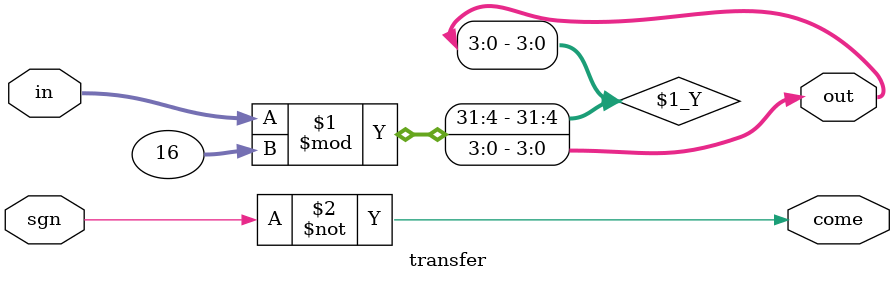
<source format=v>
module transfer(in,sgn,out,come);
 
   input [7:0]in;
	input sgn;
	
	output [3:0]out;
	output  come;
	
	assign out=in%16;
	assign come=~sgn;

endmodule

</source>
